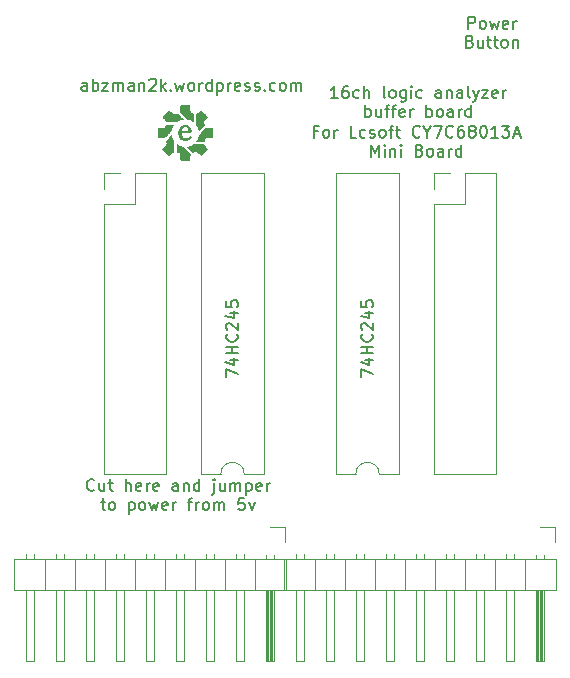
<source format=gto>
%TF.GenerationSoftware,KiCad,Pcbnew,(6.0.0)*%
%TF.CreationDate,2022-03-13T18:37:57-04:00*%
%TF.ProjectId,buffer PCB,62756666-6572-4205-9043-422e6b696361,rev?*%
%TF.SameCoordinates,Original*%
%TF.FileFunction,Legend,Top*%
%TF.FilePolarity,Positive*%
%FSLAX46Y46*%
G04 Gerber Fmt 4.6, Leading zero omitted, Abs format (unit mm)*
G04 Created by KiCad (PCBNEW (6.0.0)) date 2022-03-13 18:37:57*
%MOMM*%
%LPD*%
G01*
G04 APERTURE LIST*
%ADD10C,0.150000*%
%ADD11C,0.120000*%
%ADD12R,1.700000X1.700000*%
%ADD13O,1.700000X1.700000*%
%ADD14C,2.700000*%
%ADD15R,1.600000X1.600000*%
%ADD16O,1.600000X1.600000*%
G04 APERTURE END LIST*
D10*
X122552676Y-81232180D02*
X121981247Y-81232180D01*
X122266961Y-81232180D02*
X122266961Y-80232180D01*
X122171723Y-80375038D01*
X122076485Y-80470276D01*
X121981247Y-80517895D01*
X123409819Y-80232180D02*
X123219342Y-80232180D01*
X123124104Y-80279800D01*
X123076485Y-80327419D01*
X122981247Y-80470276D01*
X122933628Y-80660752D01*
X122933628Y-81041704D01*
X122981247Y-81136942D01*
X123028866Y-81184561D01*
X123124104Y-81232180D01*
X123314580Y-81232180D01*
X123409819Y-81184561D01*
X123457438Y-81136942D01*
X123505057Y-81041704D01*
X123505057Y-80803609D01*
X123457438Y-80708371D01*
X123409819Y-80660752D01*
X123314580Y-80613133D01*
X123124104Y-80613133D01*
X123028866Y-80660752D01*
X122981247Y-80708371D01*
X122933628Y-80803609D01*
X124362200Y-81184561D02*
X124266961Y-81232180D01*
X124076485Y-81232180D01*
X123981247Y-81184561D01*
X123933628Y-81136942D01*
X123886009Y-81041704D01*
X123886009Y-80755990D01*
X123933628Y-80660752D01*
X123981247Y-80613133D01*
X124076485Y-80565514D01*
X124266961Y-80565514D01*
X124362200Y-80613133D01*
X124790771Y-81232180D02*
X124790771Y-80232180D01*
X125219342Y-81232180D02*
X125219342Y-80708371D01*
X125171723Y-80613133D01*
X125076485Y-80565514D01*
X124933628Y-80565514D01*
X124838390Y-80613133D01*
X124790771Y-80660752D01*
X126600295Y-81232180D02*
X126505057Y-81184561D01*
X126457438Y-81089323D01*
X126457438Y-80232180D01*
X127124104Y-81232180D02*
X127028866Y-81184561D01*
X126981247Y-81136942D01*
X126933628Y-81041704D01*
X126933628Y-80755990D01*
X126981247Y-80660752D01*
X127028866Y-80613133D01*
X127124104Y-80565514D01*
X127266961Y-80565514D01*
X127362200Y-80613133D01*
X127409819Y-80660752D01*
X127457438Y-80755990D01*
X127457438Y-81041704D01*
X127409819Y-81136942D01*
X127362200Y-81184561D01*
X127266961Y-81232180D01*
X127124104Y-81232180D01*
X128314580Y-80565514D02*
X128314580Y-81375038D01*
X128266961Y-81470276D01*
X128219342Y-81517895D01*
X128124104Y-81565514D01*
X127981247Y-81565514D01*
X127886009Y-81517895D01*
X128314580Y-81184561D02*
X128219342Y-81232180D01*
X128028866Y-81232180D01*
X127933628Y-81184561D01*
X127886009Y-81136942D01*
X127838390Y-81041704D01*
X127838390Y-80755990D01*
X127886009Y-80660752D01*
X127933628Y-80613133D01*
X128028866Y-80565514D01*
X128219342Y-80565514D01*
X128314580Y-80613133D01*
X128790771Y-81232180D02*
X128790771Y-80565514D01*
X128790771Y-80232180D02*
X128743152Y-80279800D01*
X128790771Y-80327419D01*
X128838390Y-80279800D01*
X128790771Y-80232180D01*
X128790771Y-80327419D01*
X129695533Y-81184561D02*
X129600295Y-81232180D01*
X129409819Y-81232180D01*
X129314580Y-81184561D01*
X129266961Y-81136942D01*
X129219342Y-81041704D01*
X129219342Y-80755990D01*
X129266961Y-80660752D01*
X129314580Y-80613133D01*
X129409819Y-80565514D01*
X129600295Y-80565514D01*
X129695533Y-80613133D01*
X131314580Y-81232180D02*
X131314580Y-80708371D01*
X131266961Y-80613133D01*
X131171723Y-80565514D01*
X130981247Y-80565514D01*
X130886009Y-80613133D01*
X131314580Y-81184561D02*
X131219342Y-81232180D01*
X130981247Y-81232180D01*
X130886009Y-81184561D01*
X130838390Y-81089323D01*
X130838390Y-80994085D01*
X130886009Y-80898847D01*
X130981247Y-80851228D01*
X131219342Y-80851228D01*
X131314580Y-80803609D01*
X131790771Y-80565514D02*
X131790771Y-81232180D01*
X131790771Y-80660752D02*
X131838390Y-80613133D01*
X131933628Y-80565514D01*
X132076485Y-80565514D01*
X132171723Y-80613133D01*
X132219342Y-80708371D01*
X132219342Y-81232180D01*
X133124104Y-81232180D02*
X133124104Y-80708371D01*
X133076485Y-80613133D01*
X132981247Y-80565514D01*
X132790771Y-80565514D01*
X132695533Y-80613133D01*
X133124104Y-81184561D02*
X133028866Y-81232180D01*
X132790771Y-81232180D01*
X132695533Y-81184561D01*
X132647914Y-81089323D01*
X132647914Y-80994085D01*
X132695533Y-80898847D01*
X132790771Y-80851228D01*
X133028866Y-80851228D01*
X133124104Y-80803609D01*
X133743152Y-81232180D02*
X133647914Y-81184561D01*
X133600295Y-81089323D01*
X133600295Y-80232180D01*
X134028866Y-80565514D02*
X134266961Y-81232180D01*
X134505057Y-80565514D02*
X134266961Y-81232180D01*
X134171723Y-81470276D01*
X134124104Y-81517895D01*
X134028866Y-81565514D01*
X134790771Y-80565514D02*
X135314580Y-80565514D01*
X134790771Y-81232180D01*
X135314580Y-81232180D01*
X136076485Y-81184561D02*
X135981247Y-81232180D01*
X135790771Y-81232180D01*
X135695533Y-81184561D01*
X135647914Y-81089323D01*
X135647914Y-80708371D01*
X135695533Y-80613133D01*
X135790771Y-80565514D01*
X135981247Y-80565514D01*
X136076485Y-80613133D01*
X136124104Y-80708371D01*
X136124104Y-80803609D01*
X135647914Y-80898847D01*
X136552676Y-81232180D02*
X136552676Y-80565514D01*
X136552676Y-80755990D02*
X136600295Y-80660752D01*
X136647914Y-80613133D01*
X136743152Y-80565514D01*
X136838390Y-80565514D01*
X124886009Y-82842180D02*
X124886009Y-81842180D01*
X124886009Y-82223133D02*
X124981247Y-82175514D01*
X125171723Y-82175514D01*
X125266961Y-82223133D01*
X125314580Y-82270752D01*
X125362200Y-82365990D01*
X125362200Y-82651704D01*
X125314580Y-82746942D01*
X125266961Y-82794561D01*
X125171723Y-82842180D01*
X124981247Y-82842180D01*
X124886009Y-82794561D01*
X126219342Y-82175514D02*
X126219342Y-82842180D01*
X125790771Y-82175514D02*
X125790771Y-82699323D01*
X125838390Y-82794561D01*
X125933628Y-82842180D01*
X126076485Y-82842180D01*
X126171723Y-82794561D01*
X126219342Y-82746942D01*
X126552676Y-82175514D02*
X126933628Y-82175514D01*
X126695533Y-82842180D02*
X126695533Y-81985038D01*
X126743152Y-81889800D01*
X126838390Y-81842180D01*
X126933628Y-81842180D01*
X127124104Y-82175514D02*
X127505057Y-82175514D01*
X127266961Y-82842180D02*
X127266961Y-81985038D01*
X127314580Y-81889800D01*
X127409819Y-81842180D01*
X127505057Y-81842180D01*
X128219342Y-82794561D02*
X128124104Y-82842180D01*
X127933628Y-82842180D01*
X127838390Y-82794561D01*
X127790771Y-82699323D01*
X127790771Y-82318371D01*
X127838390Y-82223133D01*
X127933628Y-82175514D01*
X128124104Y-82175514D01*
X128219342Y-82223133D01*
X128266961Y-82318371D01*
X128266961Y-82413609D01*
X127790771Y-82508847D01*
X128695533Y-82842180D02*
X128695533Y-82175514D01*
X128695533Y-82365990D02*
X128743152Y-82270752D01*
X128790771Y-82223133D01*
X128886009Y-82175514D01*
X128981247Y-82175514D01*
X130076485Y-82842180D02*
X130076485Y-81842180D01*
X130076485Y-82223133D02*
X130171723Y-82175514D01*
X130362200Y-82175514D01*
X130457438Y-82223133D01*
X130505057Y-82270752D01*
X130552676Y-82365990D01*
X130552676Y-82651704D01*
X130505057Y-82746942D01*
X130457438Y-82794561D01*
X130362200Y-82842180D01*
X130171723Y-82842180D01*
X130076485Y-82794561D01*
X131124104Y-82842180D02*
X131028866Y-82794561D01*
X130981247Y-82746942D01*
X130933628Y-82651704D01*
X130933628Y-82365990D01*
X130981247Y-82270752D01*
X131028866Y-82223133D01*
X131124104Y-82175514D01*
X131266961Y-82175514D01*
X131362200Y-82223133D01*
X131409819Y-82270752D01*
X131457438Y-82365990D01*
X131457438Y-82651704D01*
X131409819Y-82746942D01*
X131362200Y-82794561D01*
X131266961Y-82842180D01*
X131124104Y-82842180D01*
X132314580Y-82842180D02*
X132314580Y-82318371D01*
X132266961Y-82223133D01*
X132171723Y-82175514D01*
X131981247Y-82175514D01*
X131886009Y-82223133D01*
X132314580Y-82794561D02*
X132219342Y-82842180D01*
X131981247Y-82842180D01*
X131886009Y-82794561D01*
X131838390Y-82699323D01*
X131838390Y-82604085D01*
X131886009Y-82508847D01*
X131981247Y-82461228D01*
X132219342Y-82461228D01*
X132314580Y-82413609D01*
X132790771Y-82842180D02*
X132790771Y-82175514D01*
X132790771Y-82365990D02*
X132838390Y-82270752D01*
X132886009Y-82223133D01*
X132981247Y-82175514D01*
X133076485Y-82175514D01*
X133838390Y-82842180D02*
X133838390Y-81842180D01*
X133838390Y-82794561D02*
X133743152Y-82842180D01*
X133552676Y-82842180D01*
X133457438Y-82794561D01*
X133409819Y-82746942D01*
X133362200Y-82651704D01*
X133362200Y-82365990D01*
X133409819Y-82270752D01*
X133457438Y-82223133D01*
X133552676Y-82175514D01*
X133743152Y-82175514D01*
X133838390Y-82223133D01*
X101328057Y-80614780D02*
X101328057Y-80090971D01*
X101280438Y-79995733D01*
X101185200Y-79948114D01*
X100994723Y-79948114D01*
X100899485Y-79995733D01*
X101328057Y-80567161D02*
X101232819Y-80614780D01*
X100994723Y-80614780D01*
X100899485Y-80567161D01*
X100851866Y-80471923D01*
X100851866Y-80376685D01*
X100899485Y-80281447D01*
X100994723Y-80233828D01*
X101232819Y-80233828D01*
X101328057Y-80186209D01*
X101804247Y-80614780D02*
X101804247Y-79614780D01*
X101804247Y-79995733D02*
X101899485Y-79948114D01*
X102089961Y-79948114D01*
X102185200Y-79995733D01*
X102232819Y-80043352D01*
X102280438Y-80138590D01*
X102280438Y-80424304D01*
X102232819Y-80519542D01*
X102185200Y-80567161D01*
X102089961Y-80614780D01*
X101899485Y-80614780D01*
X101804247Y-80567161D01*
X102613771Y-79948114D02*
X103137580Y-79948114D01*
X102613771Y-80614780D01*
X103137580Y-80614780D01*
X103518533Y-80614780D02*
X103518533Y-79948114D01*
X103518533Y-80043352D02*
X103566152Y-79995733D01*
X103661390Y-79948114D01*
X103804247Y-79948114D01*
X103899485Y-79995733D01*
X103947104Y-80090971D01*
X103947104Y-80614780D01*
X103947104Y-80090971D02*
X103994723Y-79995733D01*
X104089961Y-79948114D01*
X104232819Y-79948114D01*
X104328057Y-79995733D01*
X104375676Y-80090971D01*
X104375676Y-80614780D01*
X105280438Y-80614780D02*
X105280438Y-80090971D01*
X105232819Y-79995733D01*
X105137580Y-79948114D01*
X104947104Y-79948114D01*
X104851866Y-79995733D01*
X105280438Y-80567161D02*
X105185200Y-80614780D01*
X104947104Y-80614780D01*
X104851866Y-80567161D01*
X104804247Y-80471923D01*
X104804247Y-80376685D01*
X104851866Y-80281447D01*
X104947104Y-80233828D01*
X105185200Y-80233828D01*
X105280438Y-80186209D01*
X105756628Y-79948114D02*
X105756628Y-80614780D01*
X105756628Y-80043352D02*
X105804247Y-79995733D01*
X105899485Y-79948114D01*
X106042342Y-79948114D01*
X106137580Y-79995733D01*
X106185200Y-80090971D01*
X106185200Y-80614780D01*
X106613771Y-79710019D02*
X106661390Y-79662400D01*
X106756628Y-79614780D01*
X106994723Y-79614780D01*
X107089961Y-79662400D01*
X107137580Y-79710019D01*
X107185200Y-79805257D01*
X107185200Y-79900495D01*
X107137580Y-80043352D01*
X106566152Y-80614780D01*
X107185200Y-80614780D01*
X107613771Y-80614780D02*
X107613771Y-79614780D01*
X107709009Y-80233828D02*
X107994723Y-80614780D01*
X107994723Y-79948114D02*
X107613771Y-80329066D01*
X108423295Y-80519542D02*
X108470914Y-80567161D01*
X108423295Y-80614780D01*
X108375676Y-80567161D01*
X108423295Y-80519542D01*
X108423295Y-80614780D01*
X108804247Y-79948114D02*
X108994723Y-80614780D01*
X109185200Y-80138590D01*
X109375676Y-80614780D01*
X109566152Y-79948114D01*
X110089961Y-80614780D02*
X109994723Y-80567161D01*
X109947104Y-80519542D01*
X109899485Y-80424304D01*
X109899485Y-80138590D01*
X109947104Y-80043352D01*
X109994723Y-79995733D01*
X110089961Y-79948114D01*
X110232819Y-79948114D01*
X110328057Y-79995733D01*
X110375676Y-80043352D01*
X110423295Y-80138590D01*
X110423295Y-80424304D01*
X110375676Y-80519542D01*
X110328057Y-80567161D01*
X110232819Y-80614780D01*
X110089961Y-80614780D01*
X110851866Y-80614780D02*
X110851866Y-79948114D01*
X110851866Y-80138590D02*
X110899485Y-80043352D01*
X110947104Y-79995733D01*
X111042342Y-79948114D01*
X111137580Y-79948114D01*
X111899485Y-80614780D02*
X111899485Y-79614780D01*
X111899485Y-80567161D02*
X111804247Y-80614780D01*
X111613771Y-80614780D01*
X111518533Y-80567161D01*
X111470914Y-80519542D01*
X111423295Y-80424304D01*
X111423295Y-80138590D01*
X111470914Y-80043352D01*
X111518533Y-79995733D01*
X111613771Y-79948114D01*
X111804247Y-79948114D01*
X111899485Y-79995733D01*
X112375676Y-79948114D02*
X112375676Y-80948114D01*
X112375676Y-79995733D02*
X112470914Y-79948114D01*
X112661390Y-79948114D01*
X112756628Y-79995733D01*
X112804247Y-80043352D01*
X112851866Y-80138590D01*
X112851866Y-80424304D01*
X112804247Y-80519542D01*
X112756628Y-80567161D01*
X112661390Y-80614780D01*
X112470914Y-80614780D01*
X112375676Y-80567161D01*
X113280438Y-80614780D02*
X113280438Y-79948114D01*
X113280438Y-80138590D02*
X113328057Y-80043352D01*
X113375676Y-79995733D01*
X113470914Y-79948114D01*
X113566152Y-79948114D01*
X114280438Y-80567161D02*
X114185200Y-80614780D01*
X113994723Y-80614780D01*
X113899485Y-80567161D01*
X113851866Y-80471923D01*
X113851866Y-80090971D01*
X113899485Y-79995733D01*
X113994723Y-79948114D01*
X114185200Y-79948114D01*
X114280438Y-79995733D01*
X114328057Y-80090971D01*
X114328057Y-80186209D01*
X113851866Y-80281447D01*
X114709009Y-80567161D02*
X114804247Y-80614780D01*
X114994723Y-80614780D01*
X115089961Y-80567161D01*
X115137580Y-80471923D01*
X115137580Y-80424304D01*
X115089961Y-80329066D01*
X114994723Y-80281447D01*
X114851866Y-80281447D01*
X114756628Y-80233828D01*
X114709009Y-80138590D01*
X114709009Y-80090971D01*
X114756628Y-79995733D01*
X114851866Y-79948114D01*
X114994723Y-79948114D01*
X115089961Y-79995733D01*
X115518533Y-80567161D02*
X115613771Y-80614780D01*
X115804247Y-80614780D01*
X115899485Y-80567161D01*
X115947104Y-80471923D01*
X115947104Y-80424304D01*
X115899485Y-80329066D01*
X115804247Y-80281447D01*
X115661390Y-80281447D01*
X115566152Y-80233828D01*
X115518533Y-80138590D01*
X115518533Y-80090971D01*
X115566152Y-79995733D01*
X115661390Y-79948114D01*
X115804247Y-79948114D01*
X115899485Y-79995733D01*
X116375676Y-80519542D02*
X116423295Y-80567161D01*
X116375676Y-80614780D01*
X116328057Y-80567161D01*
X116375676Y-80519542D01*
X116375676Y-80614780D01*
X117280438Y-80567161D02*
X117185200Y-80614780D01*
X116994723Y-80614780D01*
X116899485Y-80567161D01*
X116851866Y-80519542D01*
X116804247Y-80424304D01*
X116804247Y-80138590D01*
X116851866Y-80043352D01*
X116899485Y-79995733D01*
X116994723Y-79948114D01*
X117185200Y-79948114D01*
X117280438Y-79995733D01*
X117851866Y-80614780D02*
X117756628Y-80567161D01*
X117709009Y-80519542D01*
X117661390Y-80424304D01*
X117661390Y-80138590D01*
X117709009Y-80043352D01*
X117756628Y-79995733D01*
X117851866Y-79948114D01*
X117994723Y-79948114D01*
X118089961Y-79995733D01*
X118137580Y-80043352D01*
X118185200Y-80138590D01*
X118185200Y-80424304D01*
X118137580Y-80519542D01*
X118089961Y-80567161D01*
X117994723Y-80614780D01*
X117851866Y-80614780D01*
X118613771Y-80614780D02*
X118613771Y-79948114D01*
X118613771Y-80043352D02*
X118661390Y-79995733D01*
X118756628Y-79948114D01*
X118899485Y-79948114D01*
X118994723Y-79995733D01*
X119042342Y-80090971D01*
X119042342Y-80614780D01*
X119042342Y-80090971D02*
X119089961Y-79995733D01*
X119185200Y-79948114D01*
X119328057Y-79948114D01*
X119423295Y-79995733D01*
X119470914Y-80090971D01*
X119470914Y-80614780D01*
X133634409Y-75364780D02*
X133634409Y-74364780D01*
X134015361Y-74364780D01*
X134110600Y-74412400D01*
X134158219Y-74460019D01*
X134205838Y-74555257D01*
X134205838Y-74698114D01*
X134158219Y-74793352D01*
X134110600Y-74840971D01*
X134015361Y-74888590D01*
X133634409Y-74888590D01*
X134777266Y-75364780D02*
X134682028Y-75317161D01*
X134634409Y-75269542D01*
X134586790Y-75174304D01*
X134586790Y-74888590D01*
X134634409Y-74793352D01*
X134682028Y-74745733D01*
X134777266Y-74698114D01*
X134920123Y-74698114D01*
X135015361Y-74745733D01*
X135062980Y-74793352D01*
X135110600Y-74888590D01*
X135110600Y-75174304D01*
X135062980Y-75269542D01*
X135015361Y-75317161D01*
X134920123Y-75364780D01*
X134777266Y-75364780D01*
X135443933Y-74698114D02*
X135634409Y-75364780D01*
X135824885Y-74888590D01*
X136015361Y-75364780D01*
X136205838Y-74698114D01*
X136967742Y-75317161D02*
X136872504Y-75364780D01*
X136682028Y-75364780D01*
X136586790Y-75317161D01*
X136539171Y-75221923D01*
X136539171Y-74840971D01*
X136586790Y-74745733D01*
X136682028Y-74698114D01*
X136872504Y-74698114D01*
X136967742Y-74745733D01*
X137015361Y-74840971D01*
X137015361Y-74936209D01*
X136539171Y-75031447D01*
X137443933Y-75364780D02*
X137443933Y-74698114D01*
X137443933Y-74888590D02*
X137491552Y-74793352D01*
X137539171Y-74745733D01*
X137634409Y-74698114D01*
X137729647Y-74698114D01*
X133753457Y-76450971D02*
X133896314Y-76498590D01*
X133943933Y-76546209D01*
X133991552Y-76641447D01*
X133991552Y-76784304D01*
X133943933Y-76879542D01*
X133896314Y-76927161D01*
X133801076Y-76974780D01*
X133420123Y-76974780D01*
X133420123Y-75974780D01*
X133753457Y-75974780D01*
X133848695Y-76022400D01*
X133896314Y-76070019D01*
X133943933Y-76165257D01*
X133943933Y-76260495D01*
X133896314Y-76355733D01*
X133848695Y-76403352D01*
X133753457Y-76450971D01*
X133420123Y-76450971D01*
X134848695Y-76308114D02*
X134848695Y-76974780D01*
X134420123Y-76308114D02*
X134420123Y-76831923D01*
X134467742Y-76927161D01*
X134562980Y-76974780D01*
X134705838Y-76974780D01*
X134801076Y-76927161D01*
X134848695Y-76879542D01*
X135182028Y-76308114D02*
X135562980Y-76308114D01*
X135324885Y-75974780D02*
X135324885Y-76831923D01*
X135372504Y-76927161D01*
X135467742Y-76974780D01*
X135562980Y-76974780D01*
X135753457Y-76308114D02*
X136134409Y-76308114D01*
X135896314Y-75974780D02*
X135896314Y-76831923D01*
X135943933Y-76927161D01*
X136039171Y-76974780D01*
X136134409Y-76974780D01*
X136610600Y-76974780D02*
X136515361Y-76927161D01*
X136467742Y-76879542D01*
X136420123Y-76784304D01*
X136420123Y-76498590D01*
X136467742Y-76403352D01*
X136515361Y-76355733D01*
X136610600Y-76308114D01*
X136753457Y-76308114D01*
X136848695Y-76355733D01*
X136896314Y-76403352D01*
X136943933Y-76498590D01*
X136943933Y-76784304D01*
X136896314Y-76879542D01*
X136848695Y-76927161D01*
X136753457Y-76974780D01*
X136610600Y-76974780D01*
X137372504Y-76308114D02*
X137372504Y-76974780D01*
X137372504Y-76403352D02*
X137420123Y-76355733D01*
X137515361Y-76308114D01*
X137658219Y-76308114D01*
X137753457Y-76355733D01*
X137801076Y-76450971D01*
X137801076Y-76974780D01*
X120852657Y-84061171D02*
X120519323Y-84061171D01*
X120519323Y-84584980D02*
X120519323Y-83584980D01*
X120995514Y-83584980D01*
X121519323Y-84584980D02*
X121424085Y-84537361D01*
X121376466Y-84489742D01*
X121328847Y-84394504D01*
X121328847Y-84108790D01*
X121376466Y-84013552D01*
X121424085Y-83965933D01*
X121519323Y-83918314D01*
X121662180Y-83918314D01*
X121757419Y-83965933D01*
X121805038Y-84013552D01*
X121852657Y-84108790D01*
X121852657Y-84394504D01*
X121805038Y-84489742D01*
X121757419Y-84537361D01*
X121662180Y-84584980D01*
X121519323Y-84584980D01*
X122281228Y-84584980D02*
X122281228Y-83918314D01*
X122281228Y-84108790D02*
X122328847Y-84013552D01*
X122376466Y-83965933D01*
X122471704Y-83918314D01*
X122566942Y-83918314D01*
X124138371Y-84584980D02*
X123662180Y-84584980D01*
X123662180Y-83584980D01*
X124900276Y-84537361D02*
X124805038Y-84584980D01*
X124614561Y-84584980D01*
X124519323Y-84537361D01*
X124471704Y-84489742D01*
X124424085Y-84394504D01*
X124424085Y-84108790D01*
X124471704Y-84013552D01*
X124519323Y-83965933D01*
X124614561Y-83918314D01*
X124805038Y-83918314D01*
X124900276Y-83965933D01*
X125281228Y-84537361D02*
X125376466Y-84584980D01*
X125566942Y-84584980D01*
X125662180Y-84537361D01*
X125709800Y-84442123D01*
X125709800Y-84394504D01*
X125662180Y-84299266D01*
X125566942Y-84251647D01*
X125424085Y-84251647D01*
X125328847Y-84204028D01*
X125281228Y-84108790D01*
X125281228Y-84061171D01*
X125328847Y-83965933D01*
X125424085Y-83918314D01*
X125566942Y-83918314D01*
X125662180Y-83965933D01*
X126281228Y-84584980D02*
X126185990Y-84537361D01*
X126138371Y-84489742D01*
X126090752Y-84394504D01*
X126090752Y-84108790D01*
X126138371Y-84013552D01*
X126185990Y-83965933D01*
X126281228Y-83918314D01*
X126424085Y-83918314D01*
X126519323Y-83965933D01*
X126566942Y-84013552D01*
X126614561Y-84108790D01*
X126614561Y-84394504D01*
X126566942Y-84489742D01*
X126519323Y-84537361D01*
X126424085Y-84584980D01*
X126281228Y-84584980D01*
X126900276Y-83918314D02*
X127281228Y-83918314D01*
X127043133Y-84584980D02*
X127043133Y-83727838D01*
X127090752Y-83632600D01*
X127185990Y-83584980D01*
X127281228Y-83584980D01*
X127471704Y-83918314D02*
X127852657Y-83918314D01*
X127614561Y-83584980D02*
X127614561Y-84442123D01*
X127662180Y-84537361D01*
X127757419Y-84584980D01*
X127852657Y-84584980D01*
X129519323Y-84489742D02*
X129471704Y-84537361D01*
X129328847Y-84584980D01*
X129233609Y-84584980D01*
X129090752Y-84537361D01*
X128995514Y-84442123D01*
X128947895Y-84346885D01*
X128900276Y-84156409D01*
X128900276Y-84013552D01*
X128947895Y-83823076D01*
X128995514Y-83727838D01*
X129090752Y-83632600D01*
X129233609Y-83584980D01*
X129328847Y-83584980D01*
X129471704Y-83632600D01*
X129519323Y-83680219D01*
X130138371Y-84108790D02*
X130138371Y-84584980D01*
X129805038Y-83584980D02*
X130138371Y-84108790D01*
X130471704Y-83584980D01*
X130709800Y-83584980D02*
X131376466Y-83584980D01*
X130947895Y-84584980D01*
X132328847Y-84489742D02*
X132281228Y-84537361D01*
X132138371Y-84584980D01*
X132043133Y-84584980D01*
X131900276Y-84537361D01*
X131805038Y-84442123D01*
X131757419Y-84346885D01*
X131709800Y-84156409D01*
X131709800Y-84013552D01*
X131757419Y-83823076D01*
X131805038Y-83727838D01*
X131900276Y-83632600D01*
X132043133Y-83584980D01*
X132138371Y-83584980D01*
X132281228Y-83632600D01*
X132328847Y-83680219D01*
X133185990Y-83584980D02*
X132995514Y-83584980D01*
X132900276Y-83632600D01*
X132852657Y-83680219D01*
X132757419Y-83823076D01*
X132709800Y-84013552D01*
X132709800Y-84394504D01*
X132757419Y-84489742D01*
X132805038Y-84537361D01*
X132900276Y-84584980D01*
X133090752Y-84584980D01*
X133185990Y-84537361D01*
X133233609Y-84489742D01*
X133281228Y-84394504D01*
X133281228Y-84156409D01*
X133233609Y-84061171D01*
X133185990Y-84013552D01*
X133090752Y-83965933D01*
X132900276Y-83965933D01*
X132805038Y-84013552D01*
X132757419Y-84061171D01*
X132709800Y-84156409D01*
X133852657Y-84013552D02*
X133757419Y-83965933D01*
X133709800Y-83918314D01*
X133662180Y-83823076D01*
X133662180Y-83775457D01*
X133709800Y-83680219D01*
X133757419Y-83632600D01*
X133852657Y-83584980D01*
X134043133Y-83584980D01*
X134138371Y-83632600D01*
X134185990Y-83680219D01*
X134233609Y-83775457D01*
X134233609Y-83823076D01*
X134185990Y-83918314D01*
X134138371Y-83965933D01*
X134043133Y-84013552D01*
X133852657Y-84013552D01*
X133757419Y-84061171D01*
X133709800Y-84108790D01*
X133662180Y-84204028D01*
X133662180Y-84394504D01*
X133709800Y-84489742D01*
X133757419Y-84537361D01*
X133852657Y-84584980D01*
X134043133Y-84584980D01*
X134138371Y-84537361D01*
X134185990Y-84489742D01*
X134233609Y-84394504D01*
X134233609Y-84204028D01*
X134185990Y-84108790D01*
X134138371Y-84061171D01*
X134043133Y-84013552D01*
X134852657Y-83584980D02*
X134947895Y-83584980D01*
X135043133Y-83632600D01*
X135090752Y-83680219D01*
X135138371Y-83775457D01*
X135185990Y-83965933D01*
X135185990Y-84204028D01*
X135138371Y-84394504D01*
X135090752Y-84489742D01*
X135043133Y-84537361D01*
X134947895Y-84584980D01*
X134852657Y-84584980D01*
X134757419Y-84537361D01*
X134709800Y-84489742D01*
X134662180Y-84394504D01*
X134614561Y-84204028D01*
X134614561Y-83965933D01*
X134662180Y-83775457D01*
X134709800Y-83680219D01*
X134757419Y-83632600D01*
X134852657Y-83584980D01*
X136138371Y-84584980D02*
X135566942Y-84584980D01*
X135852657Y-84584980D02*
X135852657Y-83584980D01*
X135757419Y-83727838D01*
X135662180Y-83823076D01*
X135566942Y-83870695D01*
X136471704Y-83584980D02*
X137090752Y-83584980D01*
X136757419Y-83965933D01*
X136900276Y-83965933D01*
X136995514Y-84013552D01*
X137043133Y-84061171D01*
X137090752Y-84156409D01*
X137090752Y-84394504D01*
X137043133Y-84489742D01*
X136995514Y-84537361D01*
X136900276Y-84584980D01*
X136614561Y-84584980D01*
X136519323Y-84537361D01*
X136471704Y-84489742D01*
X137471704Y-84299266D02*
X137947895Y-84299266D01*
X137376466Y-84584980D02*
X137709800Y-83584980D01*
X138043133Y-84584980D01*
X125400276Y-86194980D02*
X125400276Y-85194980D01*
X125733609Y-85909266D01*
X126066942Y-85194980D01*
X126066942Y-86194980D01*
X126543133Y-86194980D02*
X126543133Y-85528314D01*
X126543133Y-85194980D02*
X126495514Y-85242600D01*
X126543133Y-85290219D01*
X126590752Y-85242600D01*
X126543133Y-85194980D01*
X126543133Y-85290219D01*
X127019323Y-85528314D02*
X127019323Y-86194980D01*
X127019323Y-85623552D02*
X127066942Y-85575933D01*
X127162180Y-85528314D01*
X127305038Y-85528314D01*
X127400276Y-85575933D01*
X127447895Y-85671171D01*
X127447895Y-86194980D01*
X127924085Y-86194980D02*
X127924085Y-85528314D01*
X127924085Y-85194980D02*
X127876466Y-85242600D01*
X127924085Y-85290219D01*
X127971704Y-85242600D01*
X127924085Y-85194980D01*
X127924085Y-85290219D01*
X129495514Y-85671171D02*
X129638371Y-85718790D01*
X129685990Y-85766409D01*
X129733609Y-85861647D01*
X129733609Y-86004504D01*
X129685990Y-86099742D01*
X129638371Y-86147361D01*
X129543133Y-86194980D01*
X129162180Y-86194980D01*
X129162180Y-85194980D01*
X129495514Y-85194980D01*
X129590752Y-85242600D01*
X129638371Y-85290219D01*
X129685990Y-85385457D01*
X129685990Y-85480695D01*
X129638371Y-85575933D01*
X129590752Y-85623552D01*
X129495514Y-85671171D01*
X129162180Y-85671171D01*
X130305038Y-86194980D02*
X130209800Y-86147361D01*
X130162180Y-86099742D01*
X130114561Y-86004504D01*
X130114561Y-85718790D01*
X130162180Y-85623552D01*
X130209800Y-85575933D01*
X130305038Y-85528314D01*
X130447895Y-85528314D01*
X130543133Y-85575933D01*
X130590752Y-85623552D01*
X130638371Y-85718790D01*
X130638371Y-86004504D01*
X130590752Y-86099742D01*
X130543133Y-86147361D01*
X130447895Y-86194980D01*
X130305038Y-86194980D01*
X131495514Y-86194980D02*
X131495514Y-85671171D01*
X131447895Y-85575933D01*
X131352657Y-85528314D01*
X131162180Y-85528314D01*
X131066942Y-85575933D01*
X131495514Y-86147361D02*
X131400276Y-86194980D01*
X131162180Y-86194980D01*
X131066942Y-86147361D01*
X131019323Y-86052123D01*
X131019323Y-85956885D01*
X131066942Y-85861647D01*
X131162180Y-85814028D01*
X131400276Y-85814028D01*
X131495514Y-85766409D01*
X131971704Y-86194980D02*
X131971704Y-85528314D01*
X131971704Y-85718790D02*
X132019323Y-85623552D01*
X132066942Y-85575933D01*
X132162180Y-85528314D01*
X132257419Y-85528314D01*
X133019323Y-86194980D02*
X133019323Y-85194980D01*
X133019323Y-86147361D02*
X132924085Y-86194980D01*
X132733609Y-86194980D01*
X132638371Y-86147361D01*
X132590752Y-86099742D01*
X132543133Y-86004504D01*
X132543133Y-85718790D01*
X132590752Y-85623552D01*
X132638371Y-85575933D01*
X132733609Y-85528314D01*
X132924085Y-85528314D01*
X133019323Y-85575933D01*
X101946961Y-114410942D02*
X101899342Y-114458561D01*
X101756485Y-114506180D01*
X101661247Y-114506180D01*
X101518390Y-114458561D01*
X101423152Y-114363323D01*
X101375533Y-114268085D01*
X101327914Y-114077609D01*
X101327914Y-113934752D01*
X101375533Y-113744276D01*
X101423152Y-113649038D01*
X101518390Y-113553800D01*
X101661247Y-113506180D01*
X101756485Y-113506180D01*
X101899342Y-113553800D01*
X101946961Y-113601419D01*
X102804104Y-113839514D02*
X102804104Y-114506180D01*
X102375533Y-113839514D02*
X102375533Y-114363323D01*
X102423152Y-114458561D01*
X102518390Y-114506180D01*
X102661247Y-114506180D01*
X102756485Y-114458561D01*
X102804104Y-114410942D01*
X103137438Y-113839514D02*
X103518390Y-113839514D01*
X103280295Y-113506180D02*
X103280295Y-114363323D01*
X103327914Y-114458561D01*
X103423152Y-114506180D01*
X103518390Y-114506180D01*
X104613628Y-114506180D02*
X104613628Y-113506180D01*
X105042200Y-114506180D02*
X105042200Y-113982371D01*
X104994580Y-113887133D01*
X104899342Y-113839514D01*
X104756485Y-113839514D01*
X104661247Y-113887133D01*
X104613628Y-113934752D01*
X105899342Y-114458561D02*
X105804104Y-114506180D01*
X105613628Y-114506180D01*
X105518390Y-114458561D01*
X105470771Y-114363323D01*
X105470771Y-113982371D01*
X105518390Y-113887133D01*
X105613628Y-113839514D01*
X105804104Y-113839514D01*
X105899342Y-113887133D01*
X105946961Y-113982371D01*
X105946961Y-114077609D01*
X105470771Y-114172847D01*
X106375533Y-114506180D02*
X106375533Y-113839514D01*
X106375533Y-114029990D02*
X106423152Y-113934752D01*
X106470771Y-113887133D01*
X106566009Y-113839514D01*
X106661247Y-113839514D01*
X107375533Y-114458561D02*
X107280295Y-114506180D01*
X107089819Y-114506180D01*
X106994580Y-114458561D01*
X106946961Y-114363323D01*
X106946961Y-113982371D01*
X106994580Y-113887133D01*
X107089819Y-113839514D01*
X107280295Y-113839514D01*
X107375533Y-113887133D01*
X107423152Y-113982371D01*
X107423152Y-114077609D01*
X106946961Y-114172847D01*
X109042200Y-114506180D02*
X109042200Y-113982371D01*
X108994580Y-113887133D01*
X108899342Y-113839514D01*
X108708866Y-113839514D01*
X108613628Y-113887133D01*
X109042200Y-114458561D02*
X108946961Y-114506180D01*
X108708866Y-114506180D01*
X108613628Y-114458561D01*
X108566009Y-114363323D01*
X108566009Y-114268085D01*
X108613628Y-114172847D01*
X108708866Y-114125228D01*
X108946961Y-114125228D01*
X109042200Y-114077609D01*
X109518390Y-113839514D02*
X109518390Y-114506180D01*
X109518390Y-113934752D02*
X109566009Y-113887133D01*
X109661247Y-113839514D01*
X109804104Y-113839514D01*
X109899342Y-113887133D01*
X109946961Y-113982371D01*
X109946961Y-114506180D01*
X110851723Y-114506180D02*
X110851723Y-113506180D01*
X110851723Y-114458561D02*
X110756485Y-114506180D01*
X110566009Y-114506180D01*
X110470771Y-114458561D01*
X110423152Y-114410942D01*
X110375533Y-114315704D01*
X110375533Y-114029990D01*
X110423152Y-113934752D01*
X110470771Y-113887133D01*
X110566009Y-113839514D01*
X110756485Y-113839514D01*
X110851723Y-113887133D01*
X112089819Y-113839514D02*
X112089819Y-114696657D01*
X112042200Y-114791895D01*
X111946961Y-114839514D01*
X111899342Y-114839514D01*
X112089819Y-113506180D02*
X112042200Y-113553800D01*
X112089819Y-113601419D01*
X112137438Y-113553800D01*
X112089819Y-113506180D01*
X112089819Y-113601419D01*
X112994580Y-113839514D02*
X112994580Y-114506180D01*
X112566009Y-113839514D02*
X112566009Y-114363323D01*
X112613628Y-114458561D01*
X112708866Y-114506180D01*
X112851723Y-114506180D01*
X112946961Y-114458561D01*
X112994580Y-114410942D01*
X113470771Y-114506180D02*
X113470771Y-113839514D01*
X113470771Y-113934752D02*
X113518390Y-113887133D01*
X113613628Y-113839514D01*
X113756485Y-113839514D01*
X113851723Y-113887133D01*
X113899342Y-113982371D01*
X113899342Y-114506180D01*
X113899342Y-113982371D02*
X113946961Y-113887133D01*
X114042200Y-113839514D01*
X114185057Y-113839514D01*
X114280295Y-113887133D01*
X114327914Y-113982371D01*
X114327914Y-114506180D01*
X114804104Y-113839514D02*
X114804104Y-114839514D01*
X114804104Y-113887133D02*
X114899342Y-113839514D01*
X115089819Y-113839514D01*
X115185057Y-113887133D01*
X115232676Y-113934752D01*
X115280295Y-114029990D01*
X115280295Y-114315704D01*
X115232676Y-114410942D01*
X115185057Y-114458561D01*
X115089819Y-114506180D01*
X114899342Y-114506180D01*
X114804104Y-114458561D01*
X116089819Y-114458561D02*
X115994580Y-114506180D01*
X115804104Y-114506180D01*
X115708866Y-114458561D01*
X115661247Y-114363323D01*
X115661247Y-113982371D01*
X115708866Y-113887133D01*
X115804104Y-113839514D01*
X115994580Y-113839514D01*
X116089819Y-113887133D01*
X116137438Y-113982371D01*
X116137438Y-114077609D01*
X115661247Y-114172847D01*
X116566009Y-114506180D02*
X116566009Y-113839514D01*
X116566009Y-114029990D02*
X116613628Y-113934752D01*
X116661247Y-113887133D01*
X116756485Y-113839514D01*
X116851723Y-113839514D01*
X102518390Y-115449514D02*
X102899342Y-115449514D01*
X102661247Y-115116180D02*
X102661247Y-115973323D01*
X102708866Y-116068561D01*
X102804104Y-116116180D01*
X102899342Y-116116180D01*
X103375533Y-116116180D02*
X103280295Y-116068561D01*
X103232676Y-116020942D01*
X103185057Y-115925704D01*
X103185057Y-115639990D01*
X103232676Y-115544752D01*
X103280295Y-115497133D01*
X103375533Y-115449514D01*
X103518390Y-115449514D01*
X103613628Y-115497133D01*
X103661247Y-115544752D01*
X103708866Y-115639990D01*
X103708866Y-115925704D01*
X103661247Y-116020942D01*
X103613628Y-116068561D01*
X103518390Y-116116180D01*
X103375533Y-116116180D01*
X104899342Y-115449514D02*
X104899342Y-116449514D01*
X104899342Y-115497133D02*
X104994580Y-115449514D01*
X105185057Y-115449514D01*
X105280295Y-115497133D01*
X105327914Y-115544752D01*
X105375533Y-115639990D01*
X105375533Y-115925704D01*
X105327914Y-116020942D01*
X105280295Y-116068561D01*
X105185057Y-116116180D01*
X104994580Y-116116180D01*
X104899342Y-116068561D01*
X105946961Y-116116180D02*
X105851723Y-116068561D01*
X105804104Y-116020942D01*
X105756485Y-115925704D01*
X105756485Y-115639990D01*
X105804104Y-115544752D01*
X105851723Y-115497133D01*
X105946961Y-115449514D01*
X106089819Y-115449514D01*
X106185057Y-115497133D01*
X106232676Y-115544752D01*
X106280295Y-115639990D01*
X106280295Y-115925704D01*
X106232676Y-116020942D01*
X106185057Y-116068561D01*
X106089819Y-116116180D01*
X105946961Y-116116180D01*
X106613628Y-115449514D02*
X106804104Y-116116180D01*
X106994580Y-115639990D01*
X107185057Y-116116180D01*
X107375533Y-115449514D01*
X108137438Y-116068561D02*
X108042199Y-116116180D01*
X107851723Y-116116180D01*
X107756485Y-116068561D01*
X107708866Y-115973323D01*
X107708866Y-115592371D01*
X107756485Y-115497133D01*
X107851723Y-115449514D01*
X108042199Y-115449514D01*
X108137438Y-115497133D01*
X108185057Y-115592371D01*
X108185057Y-115687609D01*
X107708866Y-115782847D01*
X108613628Y-116116180D02*
X108613628Y-115449514D01*
X108613628Y-115639990D02*
X108661247Y-115544752D01*
X108708866Y-115497133D01*
X108804104Y-115449514D01*
X108899342Y-115449514D01*
X109851723Y-115449514D02*
X110232676Y-115449514D01*
X109994580Y-116116180D02*
X109994580Y-115259038D01*
X110042200Y-115163800D01*
X110137438Y-115116180D01*
X110232676Y-115116180D01*
X110566009Y-116116180D02*
X110566009Y-115449514D01*
X110566009Y-115639990D02*
X110613628Y-115544752D01*
X110661247Y-115497133D01*
X110756485Y-115449514D01*
X110851723Y-115449514D01*
X111327914Y-116116180D02*
X111232676Y-116068561D01*
X111185057Y-116020942D01*
X111137438Y-115925704D01*
X111137438Y-115639990D01*
X111185057Y-115544752D01*
X111232676Y-115497133D01*
X111327914Y-115449514D01*
X111470771Y-115449514D01*
X111566009Y-115497133D01*
X111613628Y-115544752D01*
X111661247Y-115639990D01*
X111661247Y-115925704D01*
X111613628Y-116020942D01*
X111566009Y-116068561D01*
X111470771Y-116116180D01*
X111327914Y-116116180D01*
X112089819Y-116116180D02*
X112089819Y-115449514D01*
X112089819Y-115544752D02*
X112137438Y-115497133D01*
X112232676Y-115449514D01*
X112375533Y-115449514D01*
X112470771Y-115497133D01*
X112518390Y-115592371D01*
X112518390Y-116116180D01*
X112518390Y-115592371D02*
X112566009Y-115497133D01*
X112661247Y-115449514D01*
X112804104Y-115449514D01*
X112899342Y-115497133D01*
X112946961Y-115592371D01*
X112946961Y-116116180D01*
X114661247Y-115116180D02*
X114185057Y-115116180D01*
X114137438Y-115592371D01*
X114185057Y-115544752D01*
X114280295Y-115497133D01*
X114518390Y-115497133D01*
X114613628Y-115544752D01*
X114661247Y-115592371D01*
X114708866Y-115687609D01*
X114708866Y-115925704D01*
X114661247Y-116020942D01*
X114613628Y-116068561D01*
X114518390Y-116116180D01*
X114280295Y-116116180D01*
X114185057Y-116068561D01*
X114137438Y-116020942D01*
X115042200Y-115449514D02*
X115280295Y-116116180D01*
X115518390Y-115449514D01*
%TO.C,U1*%
X124547380Y-104856904D02*
X124547380Y-104190238D01*
X125547380Y-104618809D01*
X124880714Y-103380714D02*
X125547380Y-103380714D01*
X124499761Y-103618809D02*
X125214047Y-103856904D01*
X125214047Y-103237857D01*
X125547380Y-102856904D02*
X124547380Y-102856904D01*
X125023571Y-102856904D02*
X125023571Y-102285476D01*
X125547380Y-102285476D02*
X124547380Y-102285476D01*
X125452142Y-101237857D02*
X125499761Y-101285476D01*
X125547380Y-101428333D01*
X125547380Y-101523571D01*
X125499761Y-101666428D01*
X125404523Y-101761666D01*
X125309285Y-101809285D01*
X125118809Y-101856904D01*
X124975952Y-101856904D01*
X124785476Y-101809285D01*
X124690238Y-101761666D01*
X124595000Y-101666428D01*
X124547380Y-101523571D01*
X124547380Y-101428333D01*
X124595000Y-101285476D01*
X124642619Y-101237857D01*
X124642619Y-100856904D02*
X124595000Y-100809285D01*
X124547380Y-100714047D01*
X124547380Y-100475952D01*
X124595000Y-100380714D01*
X124642619Y-100333095D01*
X124737857Y-100285476D01*
X124833095Y-100285476D01*
X124975952Y-100333095D01*
X125547380Y-100904523D01*
X125547380Y-100285476D01*
X124880714Y-99428333D02*
X125547380Y-99428333D01*
X124499761Y-99666428D02*
X125214047Y-99904523D01*
X125214047Y-99285476D01*
X124547380Y-98428333D02*
X124547380Y-98904523D01*
X125023571Y-98952142D01*
X124975952Y-98904523D01*
X124928333Y-98809285D01*
X124928333Y-98571190D01*
X124975952Y-98475952D01*
X125023571Y-98428333D01*
X125118809Y-98380714D01*
X125356904Y-98380714D01*
X125452142Y-98428333D01*
X125499761Y-98475952D01*
X125547380Y-98571190D01*
X125547380Y-98809285D01*
X125499761Y-98904523D01*
X125452142Y-98952142D01*
%TO.C,U2*%
X113107380Y-104856904D02*
X113107380Y-104190238D01*
X114107380Y-104618809D01*
X113440714Y-103380714D02*
X114107380Y-103380714D01*
X113059761Y-103618809D02*
X113774047Y-103856904D01*
X113774047Y-103237857D01*
X114107380Y-102856904D02*
X113107380Y-102856904D01*
X113583571Y-102856904D02*
X113583571Y-102285476D01*
X114107380Y-102285476D02*
X113107380Y-102285476D01*
X114012142Y-101237857D02*
X114059761Y-101285476D01*
X114107380Y-101428333D01*
X114107380Y-101523571D01*
X114059761Y-101666428D01*
X113964523Y-101761666D01*
X113869285Y-101809285D01*
X113678809Y-101856904D01*
X113535952Y-101856904D01*
X113345476Y-101809285D01*
X113250238Y-101761666D01*
X113155000Y-101666428D01*
X113107380Y-101523571D01*
X113107380Y-101428333D01*
X113155000Y-101285476D01*
X113202619Y-101237857D01*
X113202619Y-100856904D02*
X113155000Y-100809285D01*
X113107380Y-100714047D01*
X113107380Y-100475952D01*
X113155000Y-100380714D01*
X113202619Y-100333095D01*
X113297857Y-100285476D01*
X113393095Y-100285476D01*
X113535952Y-100333095D01*
X114107380Y-100904523D01*
X114107380Y-100285476D01*
X113440714Y-99428333D02*
X114107380Y-99428333D01*
X113059761Y-99666428D02*
X113774047Y-99904523D01*
X113774047Y-99285476D01*
X113107380Y-98428333D02*
X113107380Y-98904523D01*
X113583571Y-98952142D01*
X113535952Y-98904523D01*
X113488333Y-98809285D01*
X113488333Y-98571190D01*
X113535952Y-98475952D01*
X113583571Y-98428333D01*
X113678809Y-98380714D01*
X113916904Y-98380714D01*
X114012142Y-98428333D01*
X114059761Y-98475952D01*
X114107380Y-98571190D01*
X114107380Y-98809285D01*
X114059761Y-98904523D01*
X114012142Y-98952142D01*
D11*
%TO.C,J3*%
X101970000Y-128915000D02*
X101210000Y-128915000D01*
X113910000Y-119857929D02*
X113910000Y-120255000D01*
X116550000Y-122915000D02*
X116550000Y-128915000D01*
X96890000Y-128915000D02*
X96130000Y-128915000D01*
X116670000Y-122915000D02*
X116670000Y-128915000D01*
X117210000Y-122915000D02*
X117210000Y-128915000D01*
X103750000Y-119857929D02*
X103750000Y-120255000D01*
X96130000Y-128915000D02*
X96130000Y-122915000D01*
X116910000Y-122915000D02*
X116910000Y-128915000D01*
X105400000Y-120255000D02*
X105400000Y-122915000D01*
X96890000Y-122915000D02*
X96890000Y-128915000D01*
X101210000Y-119857929D02*
X101210000Y-120255000D01*
X109590000Y-128915000D02*
X108830000Y-128915000D01*
X99430000Y-122915000D02*
X99430000Y-128915000D01*
X109590000Y-119857929D02*
X109590000Y-120255000D01*
X118160000Y-122915000D02*
X118160000Y-120255000D01*
X104510000Y-122915000D02*
X104510000Y-128915000D01*
X111370000Y-119857929D02*
X111370000Y-120255000D01*
X106290000Y-128915000D02*
X106290000Y-122915000D01*
X99430000Y-119857929D02*
X99430000Y-120255000D01*
X107050000Y-122915000D02*
X107050000Y-128915000D01*
X98670000Y-119857929D02*
X98670000Y-120255000D01*
X96130000Y-119857929D02*
X96130000Y-120255000D01*
X114670000Y-122915000D02*
X114670000Y-128915000D01*
X112130000Y-119857929D02*
X112130000Y-120255000D01*
X110480000Y-120255000D02*
X110480000Y-122915000D01*
X96890000Y-119857929D02*
X96890000Y-120255000D01*
X112130000Y-128915000D02*
X111370000Y-128915000D01*
X113020000Y-120255000D02*
X113020000Y-122915000D01*
X95180000Y-122915000D02*
X118160000Y-122915000D01*
X101970000Y-122915000D02*
X101970000Y-128915000D01*
X117150000Y-122915000D02*
X117150000Y-128915000D01*
X115560000Y-120255000D02*
X115560000Y-122915000D01*
X101210000Y-128915000D02*
X101210000Y-122915000D01*
X104510000Y-119857929D02*
X104510000Y-120255000D01*
X106290000Y-119857929D02*
X106290000Y-120255000D01*
X116830000Y-117545000D02*
X118100000Y-117545000D01*
X113910000Y-128915000D02*
X113910000Y-122915000D01*
X97780000Y-120255000D02*
X97780000Y-122915000D01*
X100320000Y-120255000D02*
X100320000Y-122915000D01*
X114670000Y-128915000D02*
X113910000Y-128915000D01*
X116450000Y-128915000D02*
X116450000Y-122915000D01*
X101970000Y-119857929D02*
X101970000Y-120255000D01*
X117030000Y-122915000D02*
X117030000Y-128915000D01*
X107050000Y-119857929D02*
X107050000Y-120255000D01*
X104510000Y-128915000D02*
X103750000Y-128915000D01*
X118100000Y-117545000D02*
X118100000Y-118815000D01*
X108830000Y-119857929D02*
X108830000Y-120255000D01*
X108830000Y-128915000D02*
X108830000Y-122915000D01*
X103750000Y-128915000D02*
X103750000Y-122915000D01*
X102860000Y-120255000D02*
X102860000Y-122915000D01*
X117210000Y-128915000D02*
X116450000Y-128915000D01*
X109590000Y-122915000D02*
X109590000Y-128915000D01*
X107050000Y-128915000D02*
X106290000Y-128915000D01*
X107940000Y-120255000D02*
X107940000Y-122915000D01*
X98670000Y-128915000D02*
X98670000Y-122915000D01*
X111370000Y-128915000D02*
X111370000Y-122915000D01*
X99430000Y-128915000D02*
X98670000Y-128915000D01*
X112130000Y-122915000D02*
X112130000Y-128915000D01*
X95180000Y-120255000D02*
X95180000Y-122915000D01*
X117210000Y-119925000D02*
X117210000Y-120255000D01*
X114670000Y-119857929D02*
X114670000Y-120255000D01*
X118160000Y-120255000D02*
X95180000Y-120255000D01*
X116450000Y-119925000D02*
X116450000Y-120255000D01*
X116790000Y-122915000D02*
X116790000Y-128915000D01*
%TO.C,J2*%
X129150000Y-119857929D02*
X129150000Y-120255000D01*
X134990000Y-122915000D02*
X134990000Y-128915000D01*
X126610000Y-119857929D02*
X126610000Y-120255000D01*
X139310000Y-119925000D02*
X139310000Y-120255000D01*
X118990000Y-128915000D02*
X118990000Y-122915000D01*
X123180000Y-120255000D02*
X123180000Y-122915000D01*
X118990000Y-119857929D02*
X118990000Y-120255000D01*
X134990000Y-119857929D02*
X134990000Y-120255000D01*
X118040000Y-122915000D02*
X141020000Y-122915000D01*
X129910000Y-128915000D02*
X129150000Y-128915000D01*
X121530000Y-119857929D02*
X121530000Y-120255000D01*
X129910000Y-122915000D02*
X129910000Y-128915000D01*
X130800000Y-120255000D02*
X130800000Y-122915000D01*
X139530000Y-122915000D02*
X139530000Y-128915000D01*
X141020000Y-122915000D02*
X141020000Y-120255000D01*
X140070000Y-119925000D02*
X140070000Y-120255000D01*
X134230000Y-128915000D02*
X134230000Y-122915000D01*
X127370000Y-119857929D02*
X127370000Y-120255000D01*
X141020000Y-120255000D02*
X118040000Y-120255000D01*
X119750000Y-119857929D02*
X119750000Y-120255000D01*
X124070000Y-128915000D02*
X124070000Y-122915000D01*
X136770000Y-128915000D02*
X136770000Y-122915000D01*
X139310000Y-128915000D02*
X139310000Y-122915000D01*
X139650000Y-122915000D02*
X139650000Y-128915000D01*
X118040000Y-120255000D02*
X118040000Y-122915000D01*
X127370000Y-122915000D02*
X127370000Y-128915000D01*
X124070000Y-119857929D02*
X124070000Y-120255000D01*
X121530000Y-128915000D02*
X121530000Y-122915000D01*
X134990000Y-128915000D02*
X134230000Y-128915000D01*
X125720000Y-120255000D02*
X125720000Y-122915000D01*
X122290000Y-122915000D02*
X122290000Y-128915000D01*
X128260000Y-120255000D02*
X128260000Y-122915000D01*
X124830000Y-122915000D02*
X124830000Y-128915000D01*
X139890000Y-122915000D02*
X139890000Y-128915000D01*
X129150000Y-128915000D02*
X129150000Y-122915000D01*
X134230000Y-119857929D02*
X134230000Y-120255000D01*
X129910000Y-119857929D02*
X129910000Y-120255000D01*
X124830000Y-128915000D02*
X124070000Y-128915000D01*
X135880000Y-120255000D02*
X135880000Y-122915000D01*
X139410000Y-122915000D02*
X139410000Y-128915000D01*
X131690000Y-119857929D02*
X131690000Y-120255000D01*
X133340000Y-120255000D02*
X133340000Y-122915000D01*
X119750000Y-122915000D02*
X119750000Y-128915000D01*
X124830000Y-119857929D02*
X124830000Y-120255000D01*
X137530000Y-119857929D02*
X137530000Y-120255000D01*
X131690000Y-128915000D02*
X131690000Y-122915000D01*
X140070000Y-128915000D02*
X139310000Y-128915000D01*
X132450000Y-122915000D02*
X132450000Y-128915000D01*
X140960000Y-117545000D02*
X140960000Y-118815000D01*
X132450000Y-128915000D02*
X131690000Y-128915000D01*
X132450000Y-119857929D02*
X132450000Y-120255000D01*
X137530000Y-128915000D02*
X136770000Y-128915000D01*
X140010000Y-122915000D02*
X140010000Y-128915000D01*
X138420000Y-120255000D02*
X138420000Y-122915000D01*
X140070000Y-122915000D02*
X140070000Y-128915000D01*
X137530000Y-122915000D02*
X137530000Y-128915000D01*
X139690000Y-117545000D02*
X140960000Y-117545000D01*
X127370000Y-128915000D02*
X126610000Y-128915000D01*
X139770000Y-122915000D02*
X139770000Y-128915000D01*
X122290000Y-128915000D02*
X121530000Y-128915000D01*
X136770000Y-119857929D02*
X136770000Y-120255000D01*
X120640000Y-120255000D02*
X120640000Y-122915000D01*
X122290000Y-119857929D02*
X122290000Y-120255000D01*
X126610000Y-128915000D02*
X126610000Y-122915000D01*
X119750000Y-128915000D02*
X118990000Y-128915000D01*
%TO.C,U1*%
X126085000Y-113085000D02*
X127735000Y-113085000D01*
X122435000Y-113085000D02*
X124085000Y-113085000D01*
X127735000Y-87565000D02*
X122435000Y-87565000D01*
X122435000Y-87565000D02*
X122435000Y-113085000D01*
X127735000Y-113085000D02*
X127735000Y-87565000D01*
X126085000Y-113085000D02*
G75*
G03*
X124085000Y-113085000I-1000000J0D01*
G01*
%TO.C,J1*%
X102810000Y-113090000D02*
X108010000Y-113090000D01*
X102810000Y-90170000D02*
X102810000Y-113090000D01*
X105410000Y-87570000D02*
X108010000Y-87570000D01*
X105410000Y-90170000D02*
X105410000Y-87570000D01*
X102810000Y-90170000D02*
X105410000Y-90170000D01*
X102810000Y-87570000D02*
X104140000Y-87570000D01*
X108010000Y-87570000D02*
X108010000Y-113090000D01*
X102810000Y-88900000D02*
X102810000Y-87570000D01*
%TO.C,J4*%
X130750000Y-90170000D02*
X133350000Y-90170000D01*
X130750000Y-88900000D02*
X130750000Y-87570000D01*
X130750000Y-90170000D02*
X130750000Y-113090000D01*
X130750000Y-113090000D02*
X135950000Y-113090000D01*
X135950000Y-87570000D02*
X135950000Y-113090000D01*
X133350000Y-87570000D02*
X135950000Y-87570000D01*
X130750000Y-87570000D02*
X132080000Y-87570000D01*
X133350000Y-90170000D02*
X133350000Y-87570000D01*
%TO.C,U2*%
X111005000Y-113085000D02*
X112655000Y-113085000D01*
X116305000Y-87565000D02*
X111005000Y-87565000D01*
X111005000Y-87565000D02*
X111005000Y-113085000D01*
X114655000Y-113085000D02*
X116305000Y-113085000D01*
X116305000Y-113085000D02*
X116305000Y-87565000D01*
X114655000Y-113085000D02*
G75*
G03*
X112655000Y-113085000I-1000000J0D01*
G01*
%TO.C,G\u002A\u002A\u002A*%
G36*
X110789851Y-85138937D02*
G01*
X111236045Y-85139347D01*
X111275109Y-85188643D01*
X111296761Y-85215886D01*
X111315967Y-85239910D01*
X111328563Y-85255508D01*
X111339677Y-85269210D01*
X111358948Y-85293100D01*
X111384440Y-85324769D01*
X111414218Y-85361806D01*
X111446347Y-85401801D01*
X111478893Y-85442344D01*
X111509921Y-85481025D01*
X111537496Y-85515434D01*
X111559683Y-85543160D01*
X111574546Y-85561794D01*
X111579957Y-85568656D01*
X111575564Y-85576835D01*
X111559443Y-85596309D01*
X111532334Y-85626294D01*
X111494979Y-85666004D01*
X111448120Y-85714655D01*
X111392497Y-85771463D01*
X111328853Y-85835643D01*
X111307186Y-85857337D01*
X111027517Y-86136908D01*
X110875698Y-86014599D01*
X110830722Y-85978347D01*
X110789453Y-85945046D01*
X110754106Y-85916486D01*
X110726894Y-85894456D01*
X110710031Y-85880745D01*
X110706486Y-85877832D01*
X110692308Y-85866249D01*
X110668512Y-85847016D01*
X110639048Y-85823318D01*
X110621447Y-85809208D01*
X110553800Y-85755045D01*
X110478244Y-85793326D01*
X110438314Y-85813184D01*
X110397380Y-85832928D01*
X110362401Y-85849220D01*
X110352620Y-85853591D01*
X110302551Y-85875575D01*
X110045807Y-85619269D01*
X109991077Y-85564448D01*
X109940522Y-85513451D01*
X109895395Y-85467568D01*
X109856946Y-85428090D01*
X109826430Y-85396304D01*
X109805097Y-85373503D01*
X109794202Y-85360976D01*
X109793069Y-85358957D01*
X109803087Y-85355624D01*
X109825311Y-85350860D01*
X109852479Y-85346102D01*
X109981793Y-85316751D01*
X110108978Y-85270530D01*
X110232833Y-85207905D01*
X110277685Y-85180601D01*
X110343658Y-85138526D01*
X110789851Y-85138937D01*
G37*
G36*
X109137279Y-83878170D02*
G01*
X109182715Y-83799627D01*
X109242503Y-83725349D01*
X109261165Y-83705742D01*
X109334427Y-83640793D01*
X109412791Y-83590972D01*
X109499882Y-83554108D01*
X109530193Y-83544691D01*
X109568688Y-83534276D01*
X109600079Y-83527919D01*
X109630698Y-83524961D01*
X109666880Y-83524736D01*
X109706894Y-83526209D01*
X109782880Y-83533002D01*
X109847980Y-83546862D01*
X109907805Y-83569449D01*
X109967967Y-83602419D01*
X109970836Y-83604214D01*
X110036265Y-83655327D01*
X110092104Y-83719467D01*
X110136766Y-83794253D01*
X110168660Y-83877304D01*
X110177962Y-83914534D01*
X110184473Y-83957089D01*
X110187966Y-84005630D01*
X110188575Y-84055999D01*
X110186433Y-84104038D01*
X110181676Y-84145590D01*
X110174436Y-84176497D01*
X110169155Y-84187905D01*
X110154886Y-84209681D01*
X109356653Y-84209681D01*
X109356958Y-84246575D01*
X109365473Y-84329333D01*
X109388801Y-84406712D01*
X109425717Y-84476660D01*
X109474997Y-84537123D01*
X109535417Y-84586049D01*
X109571720Y-84606690D01*
X109600196Y-84620478D01*
X109622578Y-84629715D01*
X109643626Y-84635312D01*
X109668102Y-84638181D01*
X109700766Y-84639233D01*
X109742485Y-84639380D01*
X109788302Y-84639056D01*
X109821314Y-84637620D01*
X109846074Y-84634375D01*
X109867132Y-84628626D01*
X109889042Y-84619676D01*
X109897823Y-84615626D01*
X109933829Y-84595771D01*
X109975547Y-84568265D01*
X110017252Y-84537290D01*
X110053218Y-84507027D01*
X110071994Y-84488417D01*
X110089653Y-84474128D01*
X110108174Y-84472219D01*
X110130819Y-84483277D01*
X110156009Y-84503542D01*
X110193688Y-84536979D01*
X110163636Y-84586656D01*
X110105296Y-84667246D01*
X110035821Y-84735289D01*
X109956535Y-84789702D01*
X109868765Y-84829405D01*
X109864149Y-84830994D01*
X109828136Y-84842109D01*
X109794476Y-84849480D01*
X109757296Y-84853992D01*
X109710725Y-84856533D01*
X109690864Y-84857126D01*
X109644901Y-84857519D01*
X109600501Y-84856520D01*
X109563241Y-84854331D01*
X109541748Y-84851755D01*
X109470783Y-84833088D01*
X109397202Y-84803187D01*
X109328305Y-84765074D01*
X109321532Y-84760647D01*
X109252631Y-84704628D01*
X109193871Y-84635762D01*
X109145809Y-84555683D01*
X109109004Y-84466020D01*
X109084015Y-84368408D01*
X109071401Y-84264477D01*
X109071720Y-84155859D01*
X109082405Y-84062108D01*
X109084364Y-84053427D01*
X109356323Y-84053427D01*
X109593040Y-84053378D01*
X109659261Y-84053044D01*
X109720283Y-84052122D01*
X109773609Y-84050695D01*
X109816743Y-84048846D01*
X109847187Y-84046656D01*
X109861417Y-84044536D01*
X109892990Y-84029391D01*
X109913198Y-84003702D01*
X109923029Y-83965768D01*
X109924357Y-83936236D01*
X109915383Y-83874517D01*
X109890721Y-83817158D01*
X109851932Y-83766575D01*
X109800582Y-83725184D01*
X109780202Y-83713458D01*
X109734930Y-83697932D01*
X109681564Y-83692305D01*
X109626186Y-83696451D01*
X109574878Y-83710245D01*
X109557564Y-83718067D01*
X109500367Y-83756970D01*
X109450513Y-83809330D01*
X109410278Y-83871999D01*
X109381941Y-83941827D01*
X109374411Y-83971233D01*
X109368080Y-84000636D01*
X109362573Y-84025802D01*
X109360762Y-84033895D01*
X109356323Y-84053427D01*
X109084364Y-84053427D01*
X109104430Y-83964491D01*
X109137279Y-83878170D01*
G37*
G36*
X108504135Y-84347527D02*
G01*
X108509214Y-84366466D01*
X108510258Y-84372446D01*
X108538390Y-84504415D01*
X108580031Y-84630660D01*
X108634055Y-84748138D01*
X108675990Y-84819462D01*
X108714275Y-84878644D01*
X108714275Y-85787787D01*
X108685634Y-85812558D01*
X108660352Y-85833902D01*
X108631604Y-85857459D01*
X108622698Y-85864595D01*
X108605501Y-85878331D01*
X108577425Y-85900827D01*
X108541117Y-85929961D01*
X108499224Y-85963607D01*
X108454393Y-85999643D01*
X108445170Y-86007060D01*
X108402103Y-86041679D01*
X108363348Y-86072793D01*
X108331045Y-86098690D01*
X108307329Y-86117657D01*
X108294339Y-86127981D01*
X108292826Y-86129157D01*
X108284647Y-86124764D01*
X108265172Y-86108643D01*
X108235188Y-86081534D01*
X108195478Y-86044179D01*
X108146826Y-85997320D01*
X108090018Y-85941697D01*
X108025838Y-85878053D01*
X108004144Y-85856386D01*
X107724574Y-85576717D01*
X107846882Y-85424898D01*
X107883135Y-85379922D01*
X107916436Y-85338653D01*
X107944996Y-85303306D01*
X107967026Y-85276094D01*
X107980736Y-85259231D01*
X107983650Y-85255686D01*
X107995233Y-85241508D01*
X108014466Y-85217712D01*
X108038163Y-85188248D01*
X108052273Y-85170647D01*
X108106437Y-85103000D01*
X108068155Y-85027444D01*
X108048161Y-84987217D01*
X108028156Y-84945696D01*
X108011546Y-84909989D01*
X108007164Y-84900176D01*
X107984453Y-84848463D01*
X108238629Y-84594178D01*
X108293354Y-84539573D01*
X108344331Y-84488987D01*
X108390245Y-84443702D01*
X108429785Y-84404999D01*
X108461636Y-84374163D01*
X108484487Y-84352474D01*
X108497024Y-84341216D01*
X108498977Y-84339893D01*
X108504135Y-84347527D01*
G37*
G36*
X111479943Y-83753576D02*
G01*
X111509768Y-83756882D01*
X111550941Y-83761542D01*
X111597570Y-83766885D01*
X111635362Y-83771261D01*
X111689068Y-83777358D01*
X111748855Y-83783902D01*
X111805769Y-83789922D01*
X111835020Y-83792900D01*
X111877685Y-83797287D01*
X111917318Y-83801603D01*
X111948667Y-83805265D01*
X111963061Y-83807152D01*
X111995614Y-83811891D01*
X111995614Y-84598791D01*
X111963061Y-84603529D01*
X111940830Y-84606364D01*
X111906568Y-84610266D01*
X111865527Y-84614654D01*
X111835020Y-84617757D01*
X111783112Y-84623149D01*
X111723464Y-84629705D01*
X111665553Y-84636369D01*
X111639702Y-84639475D01*
X111589643Y-84645273D01*
X111536169Y-84650928D01*
X111487204Y-84655622D01*
X111463162Y-84657648D01*
X111427211Y-84661436D01*
X111400059Y-84666262D01*
X111385336Y-84671413D01*
X111383783Y-84673188D01*
X111374036Y-84705643D01*
X111360343Y-84747966D01*
X111344854Y-84793770D01*
X111329717Y-84836666D01*
X111319956Y-84862911D01*
X111297403Y-84921506D01*
X110934684Y-84921506D01*
X110857227Y-84921415D01*
X110785425Y-84921156D01*
X110721078Y-84920748D01*
X110665983Y-84920211D01*
X110621937Y-84919563D01*
X110590740Y-84918825D01*
X110574187Y-84918016D01*
X110571964Y-84917582D01*
X110576586Y-84909113D01*
X110588832Y-84890212D01*
X110606274Y-84864602D01*
X110610542Y-84858471D01*
X110656705Y-84785605D01*
X110699666Y-84705100D01*
X110734820Y-84625711D01*
X110739545Y-84613338D01*
X110753114Y-84574143D01*
X110766679Y-84530289D01*
X110779074Y-84486114D01*
X110789137Y-84445955D01*
X110795703Y-84414149D01*
X110797665Y-84396809D01*
X110803801Y-84385983D01*
X110822243Y-84363569D01*
X110853042Y-84329513D01*
X110896250Y-84283761D01*
X110951918Y-84226258D01*
X111020098Y-84156950D01*
X111100841Y-84075783D01*
X111113179Y-84063442D01*
X111428694Y-83748016D01*
X111479943Y-83753576D01*
G37*
G36*
X111307186Y-82553344D02*
G01*
X111373212Y-82619691D01*
X111431450Y-82678914D01*
X111481159Y-82730228D01*
X111521598Y-82772850D01*
X111552026Y-82805993D01*
X111571701Y-82828875D01*
X111579881Y-82840709D01*
X111579957Y-82842026D01*
X111572359Y-82851655D01*
X111555829Y-82872371D01*
X111532323Y-82901735D01*
X111503799Y-82937313D01*
X111472213Y-82976668D01*
X111439523Y-83017363D01*
X111407685Y-83056962D01*
X111378657Y-83093029D01*
X111354395Y-83123128D01*
X111336856Y-83144821D01*
X111328563Y-83154995D01*
X111317005Y-83169179D01*
X111297796Y-83192974D01*
X111274122Y-83222426D01*
X111260103Y-83239917D01*
X111206034Y-83307447D01*
X111252528Y-83400481D01*
X111272111Y-83440476D01*
X111289817Y-83478103D01*
X111303541Y-83508804D01*
X111310610Y-83526341D01*
X111322197Y-83559166D01*
X111070838Y-83810637D01*
X111016443Y-83864923D01*
X110965823Y-83915185D01*
X110920296Y-83960133D01*
X110881181Y-83998478D01*
X110849793Y-84028931D01*
X110827452Y-84050202D01*
X110815474Y-84061003D01*
X110813841Y-84062108D01*
X110806318Y-84055224D01*
X110802934Y-84048376D01*
X110798558Y-84028365D01*
X110797665Y-84015288D01*
X110794987Y-83993138D01*
X110787734Y-83958975D01*
X110777075Y-83917170D01*
X110764181Y-83872092D01*
X110750220Y-83828113D01*
X110739329Y-83797343D01*
X110708899Y-83723207D01*
X110675324Y-83656571D01*
X110635788Y-83590904D01*
X110598007Y-83532038D01*
X110598007Y-82622895D01*
X110626647Y-82598123D01*
X110651912Y-82576779D01*
X110680646Y-82553197D01*
X110689583Y-82546018D01*
X110706458Y-82532504D01*
X110734317Y-82510119D01*
X110770634Y-82480896D01*
X110812881Y-82446870D01*
X110858533Y-82410073D01*
X110875698Y-82396230D01*
X111027517Y-82273774D01*
X111307186Y-82553344D01*
G37*
G36*
X108477445Y-83480591D02*
G01*
X108553480Y-83480906D01*
X108614701Y-83481478D01*
X108662382Y-83482346D01*
X108697796Y-83483548D01*
X108722216Y-83485123D01*
X108736917Y-83487110D01*
X108743171Y-83489546D01*
X108743338Y-83491346D01*
X108735293Y-83503492D01*
X108720363Y-83525321D01*
X108701643Y-83552311D01*
X108699908Y-83554796D01*
X108656158Y-83623943D01*
X108614661Y-83701439D01*
X108580055Y-83778436D01*
X108572736Y-83797343D01*
X108560363Y-83833061D01*
X108547492Y-83874303D01*
X108535304Y-83916759D01*
X108524980Y-83956119D01*
X108517700Y-83988073D01*
X108514644Y-84008311D01*
X108514616Y-84009532D01*
X108508596Y-84019052D01*
X108491474Y-84039154D01*
X108464662Y-84068439D01*
X108429572Y-84105505D01*
X108387613Y-84148954D01*
X108340196Y-84197385D01*
X108288734Y-84249400D01*
X108234636Y-84303597D01*
X108179313Y-84358578D01*
X108124177Y-84412943D01*
X108070638Y-84465292D01*
X108020107Y-84514225D01*
X107973996Y-84558343D01*
X107933714Y-84596246D01*
X107900674Y-84626534D01*
X107876285Y-84647807D01*
X107861959Y-84658666D01*
X107859173Y-84659782D01*
X107837574Y-84657805D01*
X107815813Y-84655464D01*
X107737879Y-84646458D01*
X107674292Y-84639164D01*
X107622157Y-84633261D01*
X107578579Y-84628427D01*
X107540664Y-84624340D01*
X107505516Y-84620678D01*
X107477262Y-84617820D01*
X107434597Y-84613417D01*
X107394965Y-84609088D01*
X107363616Y-84605419D01*
X107349220Y-84603529D01*
X107316667Y-84598791D01*
X107316667Y-83811891D01*
X107349220Y-83807152D01*
X107371451Y-83804318D01*
X107405714Y-83800415D01*
X107446754Y-83796027D01*
X107477262Y-83792925D01*
X107529169Y-83787532D01*
X107588818Y-83780977D01*
X107646729Y-83774313D01*
X107672580Y-83771207D01*
X107722638Y-83765408D01*
X107776112Y-83759754D01*
X107825077Y-83755060D01*
X107849120Y-83753034D01*
X107885089Y-83749244D01*
X107912235Y-83744417D01*
X107926936Y-83739264D01*
X107928477Y-83737493D01*
X107936228Y-83711768D01*
X107947849Y-83675974D01*
X107961695Y-83634887D01*
X107976118Y-83593284D01*
X107989474Y-83555942D01*
X108000115Y-83527637D01*
X108004331Y-83517388D01*
X108020624Y-83480495D01*
X108385323Y-83480495D01*
X108477445Y-83480591D01*
G37*
G36*
X108337839Y-82315436D02*
G01*
X108359545Y-82332380D01*
X108391724Y-82357852D01*
X108431437Y-82389493D01*
X108475747Y-82424943D01*
X108521715Y-82461845D01*
X108566403Y-82497837D01*
X108606874Y-82530561D01*
X108640189Y-82557657D01*
X108663409Y-82576766D01*
X108666460Y-82579318D01*
X108683177Y-82592992D01*
X108707050Y-82612099D01*
X108722681Y-82624454D01*
X108761470Y-82654942D01*
X108822510Y-82621960D01*
X108862363Y-82601444D01*
X108908424Y-82579224D01*
X108950794Y-82560075D01*
X108951206Y-82559898D01*
X109018862Y-82530817D01*
X109274565Y-82786411D01*
X109329325Y-82841287D01*
X109380071Y-82892411D01*
X109425523Y-82938474D01*
X109464403Y-82978168D01*
X109495432Y-83010185D01*
X109517333Y-83033216D01*
X109528825Y-83045953D01*
X109530269Y-83048038D01*
X109522516Y-83052601D01*
X109502783Y-83057453D01*
X109489035Y-83059664D01*
X109453107Y-83066141D01*
X109406534Y-83076772D01*
X109355079Y-83090030D01*
X109304502Y-83104387D01*
X109260565Y-83118316D01*
X109240440Y-83125578D01*
X109188697Y-83147823D01*
X109130951Y-83176198D01*
X109074839Y-83206761D01*
X109030225Y-83234083D01*
X108985923Y-83263475D01*
X108065212Y-83263475D01*
X108051790Y-83242991D01*
X108037397Y-83223040D01*
X108026757Y-83210438D01*
X108017449Y-83199665D01*
X107999524Y-83178006D01*
X107975183Y-83148155D01*
X107946628Y-83112803D01*
X107931695Y-83094199D01*
X107898381Y-83052657D01*
X107864864Y-83010937D01*
X107834502Y-82973214D01*
X107810653Y-82943662D01*
X107805427Y-82937208D01*
X107781944Y-82907827D01*
X107760327Y-82880078D01*
X107744985Y-82859627D01*
X107744174Y-82858494D01*
X107725737Y-82832602D01*
X108284575Y-82274540D01*
X108337839Y-82315436D01*
G37*
G36*
X110054329Y-81898420D02*
G01*
X110057164Y-81920651D01*
X110061066Y-81954914D01*
X110065454Y-81995954D01*
X110068557Y-82026462D01*
X110073949Y-82078369D01*
X110080505Y-82138018D01*
X110087169Y-82195929D01*
X110090275Y-82221780D01*
X110096073Y-82271838D01*
X110101728Y-82325312D01*
X110106422Y-82374277D01*
X110108448Y-82398320D01*
X110112238Y-82434289D01*
X110117064Y-82461435D01*
X110122218Y-82476136D01*
X110123988Y-82477677D01*
X110149713Y-82485428D01*
X110185508Y-82497049D01*
X110226594Y-82510895D01*
X110268197Y-82525318D01*
X110305539Y-82538674D01*
X110333844Y-82549315D01*
X110344094Y-82553531D01*
X110380987Y-82569824D01*
X110380987Y-82934011D01*
X110380937Y-83011622D01*
X110380794Y-83083574D01*
X110380570Y-83148074D01*
X110380273Y-83203329D01*
X110379917Y-83247546D01*
X110379510Y-83278930D01*
X110379064Y-83295690D01*
X110378817Y-83298030D01*
X110371235Y-83293347D01*
X110352592Y-83280881D01*
X110326070Y-83262776D01*
X110307200Y-83249755D01*
X110191110Y-83179675D01*
X110065506Y-83123275D01*
X109932793Y-83081608D01*
X109912224Y-83076648D01*
X109847118Y-83061563D01*
X109523744Y-82739359D01*
X109200369Y-82417154D01*
X109205219Y-82373722D01*
X109208197Y-82347377D01*
X109212554Y-82309232D01*
X109217668Y-82264732D01*
X109222127Y-82226120D01*
X109228196Y-82172411D01*
X109234718Y-82112621D01*
X109240725Y-82055705D01*
X109243700Y-82026462D01*
X109248087Y-81983796D01*
X109252403Y-81944163D01*
X109256065Y-81912815D01*
X109257952Y-81898420D01*
X109262691Y-81865867D01*
X110049591Y-81865867D01*
X110054329Y-81898420D01*
G37*
G36*
X108954292Y-85126189D02*
G01*
X108976121Y-85141119D01*
X109003111Y-85159838D01*
X109005596Y-85161574D01*
X109074743Y-85205323D01*
X109152239Y-85246821D01*
X109229236Y-85281426D01*
X109248143Y-85288745D01*
X109283861Y-85301119D01*
X109325103Y-85313990D01*
X109367559Y-85326177D01*
X109406919Y-85336502D01*
X109438873Y-85343782D01*
X109459111Y-85346837D01*
X109460332Y-85346865D01*
X109468924Y-85352842D01*
X109488536Y-85370008D01*
X109517974Y-85397216D01*
X109556040Y-85433318D01*
X109601540Y-85477168D01*
X109653277Y-85527618D01*
X109710055Y-85583520D01*
X109770680Y-85643728D01*
X109793420Y-85666441D01*
X110112908Y-85986016D01*
X110107561Y-86033204D01*
X110104365Y-86061214D01*
X110099818Y-86100812D01*
X110094572Y-86146338D01*
X110090154Y-86184562D01*
X110084085Y-86238271D01*
X110077564Y-86298060D01*
X110071556Y-86354977D01*
X110068582Y-86384220D01*
X110064194Y-86426885D01*
X110059878Y-86466518D01*
X110056217Y-86497867D01*
X110054329Y-86512261D01*
X110049591Y-86544814D01*
X109262691Y-86544814D01*
X109257952Y-86512261D01*
X109255118Y-86490030D01*
X109251215Y-86455768D01*
X109246827Y-86414727D01*
X109243725Y-86384220D01*
X109238332Y-86332312D01*
X109231777Y-86272664D01*
X109225113Y-86214753D01*
X109222007Y-86188902D01*
X109216208Y-86138843D01*
X109210554Y-86085369D01*
X109205860Y-86036404D01*
X109203834Y-86012362D01*
X109200044Y-85976393D01*
X109195217Y-85949247D01*
X109190064Y-85934545D01*
X109188293Y-85933004D01*
X109162568Y-85925254D01*
X109126774Y-85913632D01*
X109085687Y-85899787D01*
X109044084Y-85885363D01*
X109006742Y-85872008D01*
X108978437Y-85861367D01*
X108968188Y-85857151D01*
X108931295Y-85840858D01*
X108931295Y-85476158D01*
X108931391Y-85384036D01*
X108931706Y-85308002D01*
X108932278Y-85246781D01*
X108933146Y-85199100D01*
X108934348Y-85163686D01*
X108935923Y-85139265D01*
X108937910Y-85124565D01*
X108940346Y-85118310D01*
X108942146Y-85118143D01*
X108954292Y-85126189D01*
G37*
%TD*%
%LPC*%
D12*
%TO.C,J3*%
X116830000Y-118815000D03*
D13*
X114290000Y-118815000D03*
X111750000Y-118815000D03*
X109210000Y-118815000D03*
X106670000Y-118815000D03*
X104130000Y-118815000D03*
X101590000Y-118815000D03*
X99050000Y-118815000D03*
X96510000Y-118815000D03*
%TD*%
D14*
%TO.C,REF\u002A\u002A*%
X102760000Y-71360000D03*
%TD*%
D12*
%TO.C,J2*%
X139690000Y-118815000D03*
D13*
X137150000Y-118815000D03*
X134610000Y-118815000D03*
X132070000Y-118815000D03*
X129530000Y-118815000D03*
X126990000Y-118815000D03*
X124450000Y-118815000D03*
X121910000Y-118815000D03*
X119370000Y-118815000D03*
%TD*%
D14*
%TO.C,REF\u002A\u002A*%
X136000000Y-71360000D03*
%TD*%
D15*
%TO.C,U1*%
X128895000Y-111755000D03*
D16*
X128895000Y-109215000D03*
X128895000Y-106675000D03*
X128895000Y-104135000D03*
X128895000Y-101595000D03*
X128895000Y-99055000D03*
X128895000Y-96515000D03*
X128895000Y-93975000D03*
X128895000Y-91435000D03*
X128895000Y-88895000D03*
X121275000Y-88895000D03*
X121275000Y-91435000D03*
X121275000Y-93975000D03*
X121275000Y-96515000D03*
X121275000Y-99055000D03*
X121275000Y-101595000D03*
X121275000Y-104135000D03*
X121275000Y-106675000D03*
X121275000Y-109215000D03*
X121275000Y-111755000D03*
%TD*%
D12*
%TO.C,J1*%
X104140000Y-88900000D03*
D13*
X106680000Y-88900000D03*
X104140000Y-91440000D03*
X106680000Y-91440000D03*
X104140000Y-93980000D03*
X106680000Y-93980000D03*
X104140000Y-96520000D03*
X106680000Y-96520000D03*
X104140000Y-99060000D03*
X106680000Y-99060000D03*
X104140000Y-101600000D03*
X106680000Y-101600000D03*
X104140000Y-104140000D03*
X106680000Y-104140000D03*
X104140000Y-106680000D03*
X106680000Y-106680000D03*
X104140000Y-109220000D03*
X106680000Y-109220000D03*
X104140000Y-111760000D03*
X106680000Y-111760000D03*
%TD*%
D12*
%TO.C,J4*%
X132080000Y-88900000D03*
D13*
X134620000Y-88900000D03*
X132080000Y-91440000D03*
X134620000Y-91440000D03*
X132080000Y-93980000D03*
X134620000Y-93980000D03*
X132080000Y-96520000D03*
X134620000Y-96520000D03*
X132080000Y-99060000D03*
X134620000Y-99060000D03*
X132080000Y-101600000D03*
X134620000Y-101600000D03*
X132080000Y-104140000D03*
X134620000Y-104140000D03*
X132080000Y-106680000D03*
X134620000Y-106680000D03*
X132080000Y-109220000D03*
X134620000Y-109220000D03*
X132080000Y-111760000D03*
X134620000Y-111760000D03*
%TD*%
D15*
%TO.C,U2*%
X117465000Y-111755000D03*
D16*
X117465000Y-109215000D03*
X117465000Y-106675000D03*
X117465000Y-104135000D03*
X117465000Y-101595000D03*
X117465000Y-99055000D03*
X117465000Y-96515000D03*
X117465000Y-93975000D03*
X117465000Y-91435000D03*
X117465000Y-88895000D03*
X109845000Y-88895000D03*
X109845000Y-91435000D03*
X109845000Y-93975000D03*
X109845000Y-96515000D03*
X109845000Y-99055000D03*
X109845000Y-101595000D03*
X109845000Y-104135000D03*
X109845000Y-106675000D03*
X109845000Y-109215000D03*
X109845000Y-111755000D03*
%TD*%
M02*

</source>
